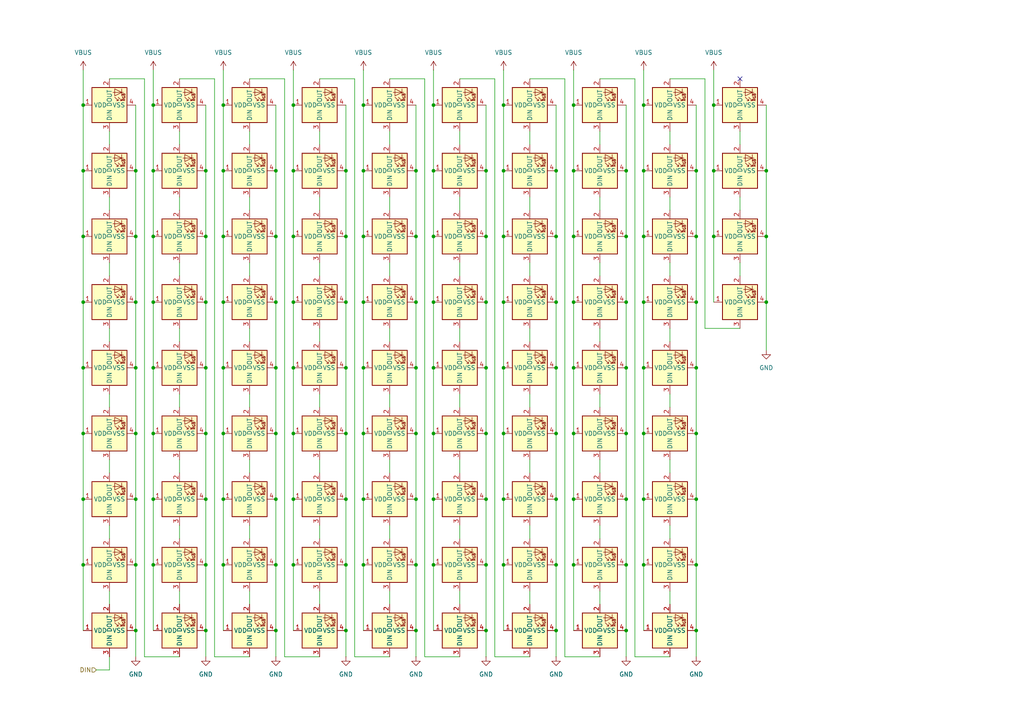
<source format=kicad_sch>
(kicad_sch (version 20250114) (generator "eeschema") (generator_version "9.0")
  (paper "A4")
  (junction (at 146.05 87.63))
  (junction (at 120.65 182.88))
  (junction (at 161.29 106.68))
  (junction (at 125.73 163.83))
  (junction (at 64.77 30.48))
  (junction (at 186.69 87.63))
  (junction (at 166.37 68.58))
  (junction (at 85.09 125.73))
  (junction (at 39.37 87.63))
  (junction (at 201.93 106.68))
  (junction (at 80.01 163.83))
  (junction (at 59.69 87.63))
  (junction (at 120.65 163.83))
  (junction (at 105.41 106.68))
  (junction (at 186.69 49.53))
  (junction (at 24.13 87.63))
  (junction (at 201.93 182.88))
  (junction (at 207.01 68.58))
  (junction (at 85.09 106.68))
  (junction (at 125.73 106.68))
  (junction (at 44.45 30.48))
  (junction (at 24.13 30.48))
  (junction (at 80.01 106.68))
  (junction (at 125.73 30.48))
  (junction (at 181.61 182.88))
  (junction (at 59.69 68.58))
  (junction (at 161.29 144.78))
  (junction (at 186.69 30.48))
  (junction (at 146.05 49.53))
  (junction (at 85.09 49.53))
  (junction (at 44.45 68.58))
  (junction (at 146.05 163.83))
  (junction (at 39.37 125.73))
  (junction (at 120.65 49.53))
  (junction (at 44.45 125.73))
  (junction (at 125.73 49.53))
  (junction (at 166.37 30.48))
  (junction (at 166.37 144.78))
  (junction (at 24.13 106.68))
  (junction (at 105.41 49.53))
  (junction (at 105.41 87.63))
  (junction (at 80.01 49.53))
  (junction (at 39.37 106.68))
  (junction (at 161.29 87.63))
  (junction (at 222.25 49.53))
  (junction (at 146.05 144.78))
  (junction (at 166.37 125.73))
  (junction (at 161.29 49.53))
  (junction (at 64.77 144.78))
  (junction (at 105.41 30.48))
  (junction (at 24.13 163.83))
  (junction (at 64.77 163.83))
  (junction (at 166.37 49.53))
  (junction (at 161.29 68.58))
  (junction (at 140.97 87.63))
  (junction (at 24.13 68.58))
  (junction (at 39.37 163.83))
  (junction (at 24.13 125.73))
  (junction (at 44.45 87.63))
  (junction (at 44.45 106.68))
  (junction (at 125.73 144.78))
  (junction (at 120.65 68.58))
  (junction (at 140.97 163.83))
  (junction (at 181.61 163.83))
  (junction (at 186.69 68.58))
  (junction (at 64.77 87.63))
  (junction (at 120.65 144.78))
  (junction (at 125.73 68.58))
  (junction (at 120.65 125.73))
  (junction (at 100.33 144.78))
  (junction (at 59.69 182.88))
  (junction (at 125.73 125.73))
  (junction (at 166.37 106.68))
  (junction (at 222.25 68.58))
  (junction (at 181.61 87.63))
  (junction (at 146.05 125.73))
  (junction (at 201.93 125.73))
  (junction (at 59.69 163.83))
  (junction (at 140.97 144.78))
  (junction (at 105.41 144.78))
  (junction (at 201.93 144.78))
  (junction (at 39.37 182.88))
  (junction (at 24.13 49.53))
  (junction (at 146.05 30.48))
  (junction (at 80.01 144.78))
  (junction (at 120.65 106.68))
  (junction (at 59.69 144.78))
  (junction (at 140.97 106.68))
  (junction (at 125.73 87.63))
  (junction (at 201.93 68.58))
  (junction (at 186.69 144.78))
  (junction (at 181.61 106.68))
  (junction (at 85.09 144.78))
  (junction (at 100.33 68.58))
  (junction (at 120.65 87.63))
  (junction (at 80.01 87.63))
  (junction (at 181.61 49.53))
  (junction (at 64.77 125.73))
  (junction (at 222.25 87.63))
  (junction (at 161.29 125.73))
  (junction (at 207.01 30.48))
  (junction (at 44.45 144.78))
  (junction (at 140.97 49.53))
  (junction (at 201.93 87.63))
  (junction (at 181.61 125.73))
  (junction (at 186.69 163.83))
  (junction (at 146.05 106.68))
  (junction (at 59.69 106.68))
  (junction (at 201.93 163.83))
  (junction (at 105.41 68.58))
  (junction (at 80.01 125.73))
  (junction (at 85.09 68.58))
  (junction (at 85.09 30.48))
  (junction (at 39.37 144.78))
  (junction (at 105.41 125.73))
  (junction (at 166.37 163.83))
  (junction (at 161.29 163.83))
  (junction (at 59.69 125.73))
  (junction (at 85.09 87.63))
  (junction (at 140.97 68.58))
  (junction (at 181.61 144.78))
  (junction (at 161.29 182.88))
  (junction (at 166.37 87.63))
  (junction (at 39.37 49.53))
  (junction (at 100.33 163.83))
  (junction (at 100.33 87.63))
  (junction (at 59.69 49.53))
  (junction (at 100.33 125.73))
  (junction (at 44.45 49.53))
  (junction (at 80.01 182.88))
  (junction (at 140.97 182.88))
  (junction (at 24.13 144.78))
  (junction (at 201.93 49.53))
  (junction (at 64.77 49.53))
  (junction (at 100.33 106.68))
  (junction (at 146.05 68.58))
  (junction (at 85.09 163.83))
  (junction (at 140.97 125.73))
  (junction (at 100.33 49.53))
  (junction (at 44.45 163.83))
  (junction (at 100.33 182.88))
  (junction (at 181.61 68.58))
  (junction (at 80.01 68.58))
  (junction (at 64.77 68.58))
  (junction (at 186.69 106.68))
  (junction (at 186.69 125.73))
  (junction (at 207.01 49.53))
  (junction (at 64.77 106.68))
  (junction (at 39.37 68.58))
  (junction (at 105.41 163.83))
  (no_connect (at 214.63 22.86))
  (wire (pts (xy 80.01 182.88) (xy 80.01 190.5)))
  (wire (pts (xy 59.69 125.73) (xy 59.69 144.78)))
  (wire (pts (xy 80.01 125.73) (xy 80.01 144.78)))
  (wire (pts (xy 24.13 106.68) (xy 24.13 125.73)))
  (wire (pts (xy 31.75 190.5) (xy 31.75 194.31)))
  (wire (pts (xy 133.35 57.15) (xy 133.35 60.96)))
  (wire (pts (xy 186.69 87.63) (xy 186.69 106.68)))
  (wire (pts (xy 52.07 114.3) (xy 52.07 118.11)))
  (wire (pts (xy 92.71 114.3) (xy 92.71 118.11)))
  (wire (pts (xy 146.05 106.68) (xy 146.05 125.73)))
  (wire (pts (xy 92.71 76.2) (xy 92.71 80.01)))
  (wire (pts (xy 133.35 95.25) (xy 133.35 99.06)))
  (wire (pts (xy 100.33 87.63) (xy 100.33 106.68)))
  (wire (pts (xy 31.75 57.15) (xy 31.75 60.96)))
  (wire (pts (xy 120.65 125.73) (xy 120.65 144.78)))
  (wire (pts (xy 222.25 87.63) (xy 222.25 101.6)))
  (wire (pts (xy 39.37 144.78) (xy 39.37 163.83)))
  (wire (pts (xy 133.35 22.86) (xy 143.51 22.86)))
  (wire (pts (xy 105.41 30.48) (xy 105.41 49.53)))
  (wire (pts (xy 125.73 163.83) (xy 125.73 182.88)))
  (wire (pts (xy 64.77 30.48) (xy 64.77 49.53)))
  (wire (pts (xy 214.63 57.15) (xy 214.63 60.96)))
  (wire (pts (xy 214.63 76.2) (xy 214.63 80.01)))
  (wire (pts (xy 120.65 30.48) (xy 120.65 49.53)))
  (wire (pts (xy 186.69 163.83) (xy 186.69 182.88)))
  (wire (pts (xy 105.41 49.53) (xy 105.41 68.58)))
  (wire (pts (xy 72.39 95.25) (xy 72.39 99.06)))
  (wire (pts (xy 59.69 49.53) (xy 59.69 68.58)))
  (wire (pts (xy 44.45 144.78) (xy 44.45 163.83)))
  (wire (pts (xy 85.09 87.63) (xy 85.09 106.68)))
  (wire (pts (xy 64.77 20.32) (xy 64.77 30.48)))
  (wire (pts (xy 120.65 68.58) (xy 120.65 87.63)))
  (wire (pts (xy 194.31 22.86) (xy 204.47 22.86)))
  (wire (pts (xy 173.99 76.2) (xy 173.99 80.01)))
  (wire (pts (xy 24.13 87.63) (xy 24.13 106.68)))
  (wire (pts (xy 166.37 125.73) (xy 166.37 144.78)))
  (wire (pts (xy 186.69 20.32) (xy 186.69 30.48)))
  (wire (pts (xy 100.33 30.48) (xy 100.33 49.53)))
  (wire (pts (xy 62.23 22.86) (xy 62.23 190.5)))
  (wire (pts (xy 52.07 22.86) (xy 62.23 22.86)))
  (wire (pts (xy 166.37 163.83) (xy 166.37 182.88)))
  (wire (pts (xy 39.37 182.88) (xy 39.37 190.5)))
  (wire (pts (xy 125.73 125.73) (xy 125.73 144.78)))
  (wire (pts (xy 140.97 30.48) (xy 140.97 49.53)))
  (wire (pts (xy 105.41 68.58) (xy 105.41 87.63)))
  (wire (pts (xy 44.45 49.53) (xy 44.45 68.58)))
  (wire (pts (xy 105.41 87.63) (xy 105.41 106.68)))
  (wire (pts (xy 72.39 57.15) (xy 72.39 60.96)))
  (wire (pts (xy 125.73 68.58) (xy 125.73 87.63)))
  (wire (pts (xy 82.55 22.86) (xy 82.55 190.5)))
  (wire (pts (xy 194.31 114.3) (xy 194.31 118.11)))
  (wire (pts (xy 181.61 49.53) (xy 181.61 68.58)))
  (wire (pts (xy 44.45 106.68) (xy 44.45 125.73)))
  (wire (pts (xy 143.51 190.5) (xy 153.67 190.5)))
  (wire (pts (xy 31.75 95.25) (xy 31.75 99.06)))
  (wire (pts (xy 113.03 76.2) (xy 113.03 80.01)))
  (wire (pts (xy 102.87 22.86) (xy 102.87 190.5)))
  (wire (pts (xy 161.29 87.63) (xy 161.29 106.68)))
  (wire (pts (xy 41.91 22.86) (xy 41.91 190.5)))
  (wire (pts (xy 59.69 68.58) (xy 59.69 87.63)))
  (wire (pts (xy 201.93 144.78) (xy 201.93 163.83)))
  (wire (pts (xy 201.93 49.53) (xy 201.93 68.58)))
  (wire (pts (xy 153.67 57.15) (xy 153.67 60.96)))
  (wire (pts (xy 31.75 133.35) (xy 31.75 137.16)))
  (wire (pts (xy 140.97 68.58) (xy 140.97 87.63)))
  (wire (pts (xy 181.61 144.78) (xy 181.61 163.83)))
  (wire (pts (xy 146.05 125.73) (xy 146.05 144.78)))
  (wire (pts (xy 204.47 22.86) (xy 204.47 95.25)))
  (wire (pts (xy 161.29 144.78) (xy 161.29 163.83)))
  (wire (pts (xy 92.71 22.86) (xy 102.87 22.86)))
  (wire (pts (xy 52.07 76.2) (xy 52.07 80.01)))
  (wire (pts (xy 166.37 20.32) (xy 166.37 30.48)))
  (wire (pts (xy 100.33 163.83) (xy 100.33 182.88)))
  (wire (pts (xy 181.61 125.73) (xy 181.61 144.78)))
  (wire (pts (xy 100.33 144.78) (xy 100.33 163.83)))
  (wire (pts (xy 166.37 87.63) (xy 166.37 106.68)))
  (wire (pts (xy 173.99 22.86) (xy 184.15 22.86)))
  (wire (pts (xy 24.13 163.83) (xy 24.13 182.88)))
  (wire (pts (xy 52.07 57.15) (xy 52.07 60.96)))
  (wire (pts (xy 120.65 144.78) (xy 120.65 163.83)))
  (wire (pts (xy 201.93 125.73) (xy 201.93 144.78)))
  (wire (pts (xy 31.75 171.45) (xy 31.75 175.26)))
  (wire (pts (xy 173.99 95.25) (xy 173.99 99.06)))
  (wire (pts (xy 100.33 68.58) (xy 100.33 87.63)))
  (wire (pts (xy 186.69 68.58) (xy 186.69 87.63)))
  (wire (pts (xy 72.39 152.4) (xy 72.39 156.21)))
  (wire (pts (xy 120.65 182.88) (xy 120.65 190.5)))
  (wire (pts (xy 92.71 95.25) (xy 92.71 99.06)))
  (wire (pts (xy 186.69 125.73) (xy 186.69 144.78)))
  (wire (pts (xy 140.97 106.68) (xy 140.97 125.73)))
  (wire (pts (xy 146.05 87.63) (xy 146.05 106.68)))
  (wire (pts (xy 59.69 87.63) (xy 59.69 106.68)))
  (wire (pts (xy 31.75 152.4) (xy 31.75 156.21)))
  (wire (pts (xy 181.61 182.88) (xy 181.61 190.5)))
  (wire (pts (xy 72.39 22.86) (xy 82.55 22.86)))
  (wire (pts (xy 153.67 95.25) (xy 153.67 99.06)))
  (wire (pts (xy 82.55 190.5) (xy 92.71 190.5)))
  (wire (pts (xy 133.35 152.4) (xy 133.35 156.21)))
  (wire (pts (xy 163.83 190.5) (xy 173.99 190.5)))
  (wire (pts (xy 113.03 152.4) (xy 113.03 156.21)))
  (wire (pts (xy 52.07 133.35) (xy 52.07 137.16)))
  (wire (pts (xy 194.31 152.4) (xy 194.31 156.21)))
  (wire (pts (xy 173.99 133.35) (xy 173.99 137.16)))
  (wire (pts (xy 105.41 144.78) (xy 105.41 163.83)))
  (wire (pts (xy 52.07 171.45) (xy 52.07 175.26)))
  (wire (pts (xy 92.71 57.15) (xy 92.71 60.96)))
  (wire (pts (xy 39.37 49.53) (xy 39.37 68.58)))
  (wire (pts (xy 140.97 49.53) (xy 140.97 68.58)))
  (wire (pts (xy 80.01 144.78) (xy 80.01 163.83)))
  (wire (pts (xy 146.05 163.83) (xy 146.05 182.88)))
  (wire (pts (xy 207.01 68.58) (xy 207.01 87.63)))
  (wire (pts (xy 64.77 125.73) (xy 64.77 144.78)))
  (wire (pts (xy 44.45 20.32) (xy 44.45 30.48)))
  (wire (pts (xy 140.97 163.83) (xy 140.97 182.88)))
  (wire (pts (xy 181.61 163.83) (xy 181.61 182.88)))
  (wire (pts (xy 153.67 133.35) (xy 153.67 137.16)))
  (wire (pts (xy 105.41 163.83) (xy 105.41 182.88)))
  (wire (pts (xy 123.19 22.86) (xy 123.19 190.5)))
  (wire (pts (xy 161.29 49.53) (xy 161.29 68.58)))
  (wire (pts (xy 80.01 49.53) (xy 80.01 68.58)))
  (wire (pts (xy 161.29 30.48) (xy 161.29 49.53)))
  (wire (pts (xy 72.39 171.45) (xy 72.39 175.26)))
  (wire (pts (xy 153.67 76.2) (xy 153.67 80.01)))
  (wire (pts (xy 186.69 30.48) (xy 186.69 49.53)))
  (wire (pts (xy 166.37 106.68) (xy 166.37 125.73)))
  (wire (pts (xy 105.41 106.68) (xy 105.41 125.73)))
  (wire (pts (xy 140.97 125.73) (xy 140.97 144.78)))
  (wire (pts (xy 39.37 87.63) (xy 39.37 106.68)))
  (wire (pts (xy 146.05 49.53) (xy 146.05 68.58)))
  (wire (pts (xy 153.67 22.86) (xy 163.83 22.86)))
  (wire (pts (xy 113.03 114.3) (xy 113.03 118.11)))
  (wire (pts (xy 201.93 163.83) (xy 201.93 182.88)))
  (wire (pts (xy 201.93 68.58) (xy 201.93 87.63)))
  (wire (pts (xy 52.07 152.4) (xy 52.07 156.21)))
  (wire (pts (xy 64.77 144.78) (xy 64.77 163.83)))
  (wire (pts (xy 102.87 190.5) (xy 113.03 190.5)))
  (wire (pts (xy 113.03 171.45) (xy 113.03 175.26)))
  (wire (pts (xy 85.09 125.73) (xy 85.09 144.78)))
  (wire (pts (xy 181.61 30.48) (xy 181.61 49.53)))
  (wire (pts (xy 85.09 30.48) (xy 85.09 49.53)))
  (wire (pts (xy 39.37 106.68) (xy 39.37 125.73)))
  (wire (pts (xy 133.35 133.35) (xy 133.35 137.16)))
  (wire (pts (xy 31.75 38.1) (xy 31.75 41.91)))
  (wire (pts (xy 100.33 125.73) (xy 100.33 144.78)))
  (wire (pts (xy 222.25 68.58) (xy 222.25 87.63)))
  (wire (pts (xy 113.03 22.86) (xy 123.19 22.86)))
  (wire (pts (xy 173.99 171.45) (xy 173.99 175.26)))
  (wire (pts (xy 92.71 38.1) (xy 92.71 41.91)))
  (wire (pts (xy 146.05 30.48) (xy 146.05 49.53)))
  (wire (pts (xy 201.93 30.48) (xy 201.93 49.53)))
  (wire (pts (xy 85.09 20.32) (xy 85.09 30.48)))
  (wire (pts (xy 64.77 87.63) (xy 64.77 106.68)))
  (wire (pts (xy 194.31 38.1) (xy 194.31 41.91)))
  (wire (pts (xy 64.77 163.83) (xy 64.77 182.88)))
  (wire (pts (xy 194.31 57.15) (xy 194.31 60.96)))
  (wire (pts (xy 120.65 163.83) (xy 120.65 182.88)))
  (wire (pts (xy 140.97 182.88) (xy 140.97 190.5)))
  (wire (pts (xy 207.01 20.32) (xy 207.01 30.48)))
  (wire (pts (xy 72.39 114.3) (xy 72.39 118.11)))
  (wire (pts (xy 201.93 106.68) (xy 201.93 125.73)))
  (wire (pts (xy 120.65 87.63) (xy 120.65 106.68)))
  (wire (pts (xy 92.71 133.35) (xy 92.71 137.16)))
  (wire (pts (xy 31.75 76.2) (xy 31.75 80.01)))
  (wire (pts (xy 64.77 49.53) (xy 64.77 68.58)))
  (wire (pts (xy 92.71 171.45) (xy 92.71 175.26)))
  (wire (pts (xy 24.13 30.48) (xy 24.13 49.53)))
  (wire (pts (xy 166.37 68.58) (xy 166.37 87.63)))
  (wire (pts (xy 133.35 38.1) (xy 133.35 41.91)))
  (wire (pts (xy 44.45 125.73) (xy 44.45 144.78)))
  (wire (pts (xy 222.25 49.53) (xy 222.25 68.58)))
  (wire (pts (xy 125.73 49.53) (xy 125.73 68.58)))
  (wire (pts (xy 44.45 30.48) (xy 44.45 49.53)))
  (wire (pts (xy 133.35 171.45) (xy 133.35 175.26)))
  (wire (pts (xy 52.07 38.1) (xy 52.07 41.91)))
  (wire (pts (xy 85.09 163.83) (xy 85.09 182.88)))
  (wire (pts (xy 59.69 106.68) (xy 59.69 125.73)))
  (wire (pts (xy 146.05 144.78) (xy 146.05 163.83)))
  (wire (pts (xy 44.45 163.83) (xy 44.45 182.88)))
  (wire (pts (xy 133.35 114.3) (xy 133.35 118.11)))
  (wire (pts (xy 85.09 68.58) (xy 85.09 87.63)))
  (wire (pts (xy 186.69 106.68) (xy 186.69 125.73)))
  (wire (pts (xy 100.33 106.68) (xy 100.33 125.73)))
  (wire (pts (xy 80.01 87.63) (xy 80.01 106.68)))
  (wire (pts (xy 186.69 49.53) (xy 186.69 68.58)))
  (wire (pts (xy 59.69 163.83) (xy 59.69 182.88)))
  (wire (pts (xy 24.13 144.78) (xy 24.13 163.83)))
  (wire (pts (xy 113.03 133.35) (xy 113.03 137.16)))
  (wire (pts (xy 80.01 68.58) (xy 80.01 87.63)))
  (wire (pts (xy 39.37 68.58) (xy 39.37 87.63)))
  (wire (pts (xy 161.29 125.73) (xy 161.29 144.78)))
  (wire (pts (xy 166.37 144.78) (xy 166.37 163.83)))
  (wire (pts (xy 173.99 38.1) (xy 173.99 41.91)))
  (wire (pts (xy 100.33 182.88) (xy 100.33 190.5)))
  (wire (pts (xy 181.61 87.63) (xy 181.61 106.68)))
  (wire (pts (xy 173.99 57.15) (xy 173.99 60.96)))
  (wire (pts (xy 62.23 190.5) (xy 72.39 190.5)))
  (wire (pts (xy 31.75 114.3) (xy 31.75 118.11)))
  (wire (pts (xy 105.41 20.32) (xy 105.41 30.48)))
  (wire (pts (xy 146.05 68.58) (xy 146.05 87.63)))
  (wire (pts (xy 163.83 22.86) (xy 163.83 190.5)))
  (wire (pts (xy 140.97 144.78) (xy 140.97 163.83)))
  (wire (pts (xy 72.39 133.35) (xy 72.39 137.16)))
  (wire (pts (xy 123.19 190.5) (xy 133.35 190.5)))
  (wire (pts (xy 85.09 144.78) (xy 85.09 163.83)))
  (wire (pts (xy 39.37 163.83) (xy 39.37 182.88)))
  (wire (pts (xy 181.61 68.58) (xy 181.61 87.63)))
  (wire (pts (xy 59.69 182.88) (xy 59.69 190.5)))
  (wire (pts (xy 161.29 106.68) (xy 161.29 125.73)))
  (wire (pts (xy 201.93 182.88) (xy 201.93 190.5)))
  (wire (pts (xy 184.15 190.5) (xy 194.31 190.5)))
  (wire (pts (xy 39.37 30.48) (xy 39.37 49.53)))
  (wire (pts (xy 161.29 182.88) (xy 161.29 190.5)))
  (wire (pts (xy 52.07 95.25) (xy 52.07 99.06)))
  (wire (pts (xy 113.03 57.15) (xy 113.03 60.96)))
  (wire (pts (xy 125.73 20.32) (xy 125.73 30.48)))
  (wire (pts (xy 153.67 114.3) (xy 153.67 118.11)))
  (wire (pts (xy 105.41 125.73) (xy 105.41 144.78)))
  (wire (pts (xy 59.69 144.78) (xy 59.69 163.83)))
  (wire (pts (xy 24.13 20.32) (xy 24.13 30.48)))
  (wire (pts (xy 59.69 30.48) (xy 59.69 49.53)))
  (wire (pts (xy 161.29 163.83) (xy 161.29 182.88)))
  (wire (pts (xy 85.09 49.53) (xy 85.09 68.58)))
  (wire (pts (xy 120.65 106.68) (xy 120.65 125.73)))
  (wire (pts (xy 44.45 87.63) (xy 44.45 106.68)))
  (wire (pts (xy 41.91 190.5) (xy 52.07 190.5)))
  (wire (pts (xy 133.35 76.2) (xy 133.35 80.01)))
  (wire (pts (xy 153.67 152.4) (xy 153.67 156.21)))
  (wire (pts (xy 207.01 30.48) (xy 207.01 49.53)))
  (wire (pts (xy 166.37 30.48) (xy 166.37 49.53)))
  (wire (pts (xy 24.13 125.73) (xy 24.13 144.78)))
  (wire (pts (xy 186.69 144.78) (xy 186.69 163.83)))
  (wire (pts (xy 39.37 125.73) (xy 39.37 144.78)))
  (wire (pts (xy 92.71 152.4) (xy 92.71 156.21)))
  (wire (pts (xy 173.99 114.3) (xy 173.99 118.11)))
  (wire (pts (xy 214.63 38.1) (xy 214.63 41.91)))
  (wire (pts (xy 194.31 133.35) (xy 194.31 137.16)))
  (wire (pts (xy 80.01 30.48) (xy 80.01 49.53)))
  (wire (pts (xy 85.09 106.68) (xy 85.09 125.73)))
  (wire (pts (xy 64.77 68.58) (xy 64.77 87.63)))
  (wire (pts (xy 166.37 49.53) (xy 166.37 68.58)))
  (wire (pts (xy 44.45 68.58) (xy 44.45 87.63)))
  (wire (pts (xy 222.25 30.48) (xy 222.25 49.53)))
  (wire (pts (xy 201.93 87.63) (xy 201.93 106.68)))
  (wire (pts (xy 64.77 106.68) (xy 64.77 125.73)))
  (wire (pts (xy 72.39 38.1) (xy 72.39 41.91)))
  (wire (pts (xy 153.67 171.45) (xy 153.67 175.26)))
  (wire (pts (xy 125.73 30.48) (xy 125.73 49.53)))
  (wire (pts (xy 146.05 20.32) (xy 146.05 30.48)))
  (wire (pts (xy 24.13 68.58) (xy 24.13 87.63)))
  (wire (pts (xy 194.31 171.45) (xy 194.31 175.26)))
  (wire (pts (xy 125.73 144.78) (xy 125.73 163.83)))
  (wire (pts (xy 113.03 95.25) (xy 113.03 99.06)))
  (wire (pts (xy 80.01 163.83) (xy 80.01 182.88)))
  (wire (pts (xy 24.13 49.53) (xy 24.13 68.58)))
  (wire (pts (xy 80.01 106.68) (xy 80.01 125.73)))
  (wire (pts (xy 181.61 106.68) (xy 181.61 125.73)))
  (wire (pts (xy 173.99 152.4) (xy 173.99 156.21)))
  (wire (pts (xy 100.33 49.53) (xy 100.33 68.58)))
  (wire (pts (xy 140.97 87.63) (xy 140.97 106.68)))
  (wire (pts (xy 184.15 22.86) (xy 184.15 190.5)))
  (wire (pts (xy 120.65 49.53) (xy 120.65 68.58)))
  (wire (pts (xy 72.39 76.2) (xy 72.39 80.01)))
  (wire (pts (xy 125.73 87.63) (xy 125.73 106.68)))
  (wire (pts (xy 194.31 76.2) (xy 194.31 80.01)))
  (wire (pts (xy 31.75 22.86) (xy 41.91 22.86)))
  (wire (pts (xy 194.31 95.25) (xy 194.31 99.06)))
  (wire (pts (xy 113.03 38.1) (xy 113.03 41.91)))
  (wire (pts (xy 27.94 194.31) (xy 31.75 194.31)))
  (wire (pts (xy 161.29 68.58) (xy 161.29 87.63)))
  (wire (pts (xy 125.73 106.68) (xy 125.73 125.73)))
  (wire (pts (xy 204.47 95.25) (xy 214.63 95.25)))
  (wire (pts (xy 143.51 22.86) (xy 143.51 190.5)))
  (wire (pts (xy 153.67 38.1) (xy 153.67 41.91)))
  (wire (pts (xy 207.01 49.53) (xy 207.01 68.58)))
  (hierarchical_label "DIN" (shape input) (at 27.94 194.31 180))
  (symbol (lib_id "PCM_marbastlib-gateron_lp:KS33_SK6812MINI-E") (at 133.35 68.58 90) (unit 1)
    (property "Reference" "LED48" (effects (hide yes)))
    (property "Value" "KS33_SK6812MINI-E" (effects (hide yes)))
    (property "Footprint" "PCM_marbastlib-xp-gateron_lp:LED_KS33_6028R" (effects (hide yes)))
    (property "Description" "Reverse mount adressable LED (WS2812 protocol)" (effects (hide yes)))
  )
  (symbol (lib_id "power:GND") (at 80.01 190.5 0) (unit 1)
    (property "Reference" "#PWR03" (effects (hide yes)))
    (property "Value" "GND" (at 80.01 195.58 0))
    (property "Description" "Power symbol creates a global label with name \"GND\" , ground" (effects (hide yes)))
  )
  (symbol (lib_id "PCM_marbastlib-gateron_lp:KS33_SK6812MINI-E") (at 173.99 106.68 90) (unit 1)
    (property "Reference" "LED68" (effects (hide yes)))
    (property "Value" "KS33_SK6812MINI-E" (effects (hide yes)))
    (property "Footprint" "PCM_marbastlib-xp-gateron_lp:LED_KS33_6028R" (effects (hide yes)))
    (property "Description" "Reverse mount adressable LED (WS2812 protocol)" (effects (hide yes)))
  )
  (symbol (lib_id "PCM_marbastlib-gateron_lp:KS33_SK6812MINI-E") (at 31.75 125.73 90) (unit 1)
    (property "Reference" "LED6" (effects (hide yes)))
    (property "Value" "KS33_SK6812MINI-E" (effects (hide yes)))
    (property "Footprint" "PCM_marbastlib-xp-gateron_lp:LED_KS33_6028R" (effects (hide yes)))
    (property "Description" "Reverse mount adressable LED (WS2812 protocol)" (effects (hide yes)))
  )
  (symbol (lib_id "PCM_marbastlib-gateron_lp:KS33_SK6812MINI-E") (at 52.07 144.78 90) (unit 1)
    (property "Reference" "LED16" (effects (hide yes)))
    (property "Value" "KS33_SK6812MINI-E" (effects (hide yes)))
    (property "Footprint" "PCM_marbastlib-xp-gateron_lp:LED_KS33_6028R" (effects (hide yes)))
    (property "Description" "Reverse mount adressable LED (WS2812 protocol)" (effects (hide yes)))
  )
  (symbol (lib_id "PCM_marbastlib-gateron_lp:KS33_SK6812MINI-E") (at 92.71 49.53 90) (unit 1)
    (property "Reference" "LED29" (effects (hide yes)))
    (property "Value" "KS33_SK6812MINI-E" (effects (hide yes)))
    (property "Footprint" "PCM_marbastlib-xp-gateron_lp:LED_KS33_6028R" (effects (hide yes)))
    (property "Description" "Reverse mount adressable LED (WS2812 protocol)" (effects (hide yes)))
  )
  (symbol (lib_id "PCM_marbastlib-gateron_lp:KS33_SK6812MINI-E") (at 52.07 49.53 90) (unit 1)
    (property "Reference" "LED11" (effects (hide yes)))
    (property "Value" "KS33_SK6812MINI-E" (effects (hide yes)))
    (property "Footprint" "PCM_marbastlib-xp-gateron_lp:LED_KS33_6028R" (effects (hide yes)))
    (property "Description" "Reverse mount adressable LED (WS2812 protocol)" (effects (hide yes)))
  )
  (symbol (lib_id "PCM_marbastlib-gateron_lp:KS33_SK6812MINI-E") (at 113.03 49.53 90) (unit 1)
    (property "Reference" "LED38" (effects (hide yes)))
    (property "Value" "KS33_SK6812MINI-E" (effects (hide yes)))
    (property "Footprint" "PCM_marbastlib-xp-gateron_lp:LED_KS33_6028R" (effects (hide yes)))
    (property "Description" "Reverse mount adressable LED (WS2812 protocol)" (effects (hide yes)))
  )
  (symbol (lib_id "PCM_marbastlib-gateron_lp:KS33_SK6812MINI-E") (at 194.31 68.58 90) (unit 1)
    (property "Reference" "LED75" (effects (hide yes)))
    (property "Value" "KS33_SK6812MINI-E" (effects (hide yes)))
    (property "Footprint" "PCM_marbastlib-xp-gateron_lp:LED_KS33_6028R" (effects (hide yes)))
    (property "Description" "Reverse mount adressable LED (WS2812 protocol)" (effects (hide yes)))
  )
  (symbol (lib_id "PCM_marbastlib-gateron_lp:KS33_SK6812MINI-E") (at 153.67 30.48 90) (unit 1)
    (property "Reference" "LED55" (effects (hide yes)))
    (property "Value" "KS33_SK6812MINI-E" (effects (hide yes)))
    (property "Footprint" "PCM_marbastlib-xp-gateron_lp:LED_KS33_6028R" (effects (hide yes)))
    (property "Description" "Reverse mount adressable LED (WS2812 protocol)" (effects (hide yes)))
  )
  (symbol (lib_id "PCM_marbastlib-gateron_lp:KS33_SK6812MINI-E") (at 173.99 182.88 90) (unit 1)
    (property "Reference" "LED72" (effects (hide yes)))
    (property "Value" "KS33_SK6812MINI-E" (effects (hide yes)))
    (property "Footprint" "PCM_marbastlib-xp-gateron_lp:LED_KS33_6028R" (effects (hide yes)))
    (property "Description" "Reverse mount adressable LED (WS2812 protocol)" (effects (hide yes)))
  )
  (symbol (lib_id "PCM_marbastlib-gateron_lp:KS33_SK6812MINI-E") (at 31.75 30.48 90) (unit 1)
    (property "Reference" "LED1" (effects (hide yes)))
    (property "Value" "KS33_SK6812MINI-E" (effects (hide yes)))
    (property "Footprint" "PCM_marbastlib-xp-gateron_lp:LED_KS33_6028R" (effects (hide yes)))
    (property "Description" "Reverse mount adressable LED (WS2812 protocol)" (effects (hide yes)))
  )
  (symbol (lib_id "PCM_marbastlib-gateron_lp:KS33_SK6812MINI-E") (at 194.31 144.78 90) (unit 1)
    (property "Reference" "LED79" (effects (hide yes)))
    (property "Value" "KS33_SK6812MINI-E" (effects (hide yes)))
    (property "Footprint" "PCM_marbastlib-xp-gateron_lp:LED_KS33_6028R" (effects (hide yes)))
    (property "Description" "Reverse mount adressable LED (WS2812 protocol)" (effects (hide yes)))
  )
  (symbol (lib_id "PCM_marbastlib-gateron_lp:KS33_SK6812MINI-E") (at 92.71 106.68 90) (unit 1)
    (property "Reference" "LED32" (effects (hide yes)))
    (property "Value" "KS33_SK6812MINI-E" (effects (hide yes)))
    (property "Footprint" "PCM_marbastlib-xp-gateron_lp:LED_KS33_6028R" (effects (hide yes)))
    (property "Description" "Reverse mount adressable LED (WS2812 protocol)" (effects (hide yes)))
  )
  (symbol (lib_id "PCM_marbastlib-gateron_lp:KS33_SK6812MINI-E") (at 52.07 87.63 90) (unit 1)
    (property "Reference" "LED13" (effects (hide yes)))
    (property "Value" "KS33_SK6812MINI-E" (effects (hide yes)))
    (property "Footprint" "PCM_marbastlib-xp-gateron_lp:LED_KS33_6028R" (effects (hide yes)))
    (property "Description" "Reverse mount adressable LED (WS2812 protocol)" (effects (hide yes)))
  )
  (symbol (lib_id "PCM_marbastlib-gateron_lp:KS33_SK6812MINI-E") (at 92.71 125.73 90) (unit 1)
    (property "Reference" "LED33" (effects (hide yes)))
    (property "Value" "KS33_SK6812MINI-E" (effects (hide yes)))
    (property "Footprint" "PCM_marbastlib-xp-gateron_lp:LED_KS33_6028R" (effects (hide yes)))
    (property "Description" "Reverse mount adressable LED (WS2812 protocol)" (effects (hide yes)))
  )
  (symbol (lib_id "PCM_marbastlib-gateron_lp:KS33_SK6812MINI-E") (at 194.31 163.83 90) (unit 1)
    (property "Reference" "LED80" (effects (hide yes)))
    (property "Value" "KS33_SK6812MINI-E" (effects (hide yes)))
    (property "Footprint" "PCM_marbastlib-xp-gateron_lp:LED_KS33_6028R" (effects (hide yes)))
    (property "Description" "Reverse mount adressable LED (WS2812 protocol)" (effects (hide yes)))
  )
  (symbol (lib_id "power:GND") (at 161.29 190.5 0) (unit 1)
    (property "Reference" "#PWR07" (effects (hide yes)))
    (property "Value" "GND" (at 161.29 195.58 0))
    (property "Description" "Power symbol creates a global label with name \"GND\" , ground" (effects (hide yes)))
  )
  (symbol (lib_id "power:VBUS") (at 44.45 20.32 0) (unit 1)
    (property "Reference" "#PWR020" (effects (hide yes)))
    (property "Value" "VBUS" (at 44.45 15.24 0))
    (property "Description" "Power symbol creates a global label with name \"VBUS\"" (effects (hide yes)))
  )
  (symbol (lib_id "PCM_marbastlib-gateron_lp:KS33_SK6812MINI-E") (at 113.03 125.73 90) (unit 1)
    (property "Reference" "LED42" (effects (hide yes)))
    (property "Value" "KS33_SK6812MINI-E" (effects (hide yes)))
    (property "Footprint" "PCM_marbastlib-xp-gateron_lp:LED_KS33_6028R" (effects (hide yes)))
    (property "Description" "Reverse mount adressable LED (WS2812 protocol)" (effects (hide yes)))
  )
  (symbol (lib_id "power:GND") (at 120.65 190.5 0) (unit 1)
    (property "Reference" "#PWR05" (effects (hide yes)))
    (property "Value" "GND" (at 120.65 195.58 0))
    (property "Description" "Power symbol creates a global label with name \"GND\" , ground" (effects (hide yes)))
  )
  (symbol (lib_id "PCM_marbastlib-gateron_lp:KS33_SK6812MINI-E") (at 92.71 30.48 90) (unit 1)
    (property "Reference" "LED28" (effects (hide yes)))
    (property "Value" "KS33_SK6812MINI-E" (effects (hide yes)))
    (property "Footprint" "PCM_marbastlib-xp-gateron_lp:LED_KS33_6028R" (effects (hide yes)))
    (property "Description" "Reverse mount adressable LED (WS2812 protocol)" (effects (hide yes)))
  )
  (symbol (lib_id "power:VBUS") (at 64.77 20.32 0) (unit 1)
    (property "Reference" "#PWR019" (effects (hide yes)))
    (property "Value" "VBUS" (at 64.77 15.24 0))
    (property "Description" "Power symbol creates a global label with name \"VBUS\"" (effects (hide yes)))
  )
  (symbol (lib_id "PCM_marbastlib-gateron_lp:KS33_SK6812MINI-E") (at 113.03 106.68 90) (unit 1)
    (property "Reference" "LED41" (effects (hide yes)))
    (property "Value" "KS33_SK6812MINI-E" (effects (hide yes)))
    (property "Footprint" "PCM_marbastlib-xp-gateron_lp:LED_KS33_6028R" (effects (hide yes)))
    (property "Description" "Reverse mount adressable LED (WS2812 protocol)" (effects (hide yes)))
  )
  (symbol (lib_id "PCM_marbastlib-gateron_lp:KS33_SK6812MINI-E") (at 153.67 87.63 90) (unit 1)
    (property "Reference" "LED58" (effects (hide yes)))
    (property "Value" "KS33_SK6812MINI-E" (effects (hide yes)))
    (property "Footprint" "PCM_marbastlib-xp-gateron_lp:LED_KS33_6028R" (effects (hide yes)))
    (property "Description" "Reverse mount adressable LED (WS2812 protocol)" (effects (hide yes)))
  )
  (symbol (lib_id "PCM_marbastlib-gateron_lp:KS33_SK6812MINI-E") (at 133.35 182.88 90) (unit 1)
    (property "Reference" "LED54" (effects (hide yes)))
    (property "Value" "KS33_SK6812MINI-E" (effects (hide yes)))
    (property "Footprint" "PCM_marbastlib-xp-gateron_lp:LED_KS33_6028R" (effects (hide yes)))
    (property "Description" "Reverse mount adressable LED (WS2812 protocol)" (effects (hide yes)))
  )
  (symbol (lib_id "PCM_marbastlib-gateron_lp:KS33_SK6812MINI-E") (at 92.71 144.78 90) (unit 1)
    (property "Reference" "LED34" (effects (hide yes)))
    (property "Value" "KS33_SK6812MINI-E" (effects (hide yes)))
    (property "Footprint" "PCM_marbastlib-xp-gateron_lp:LED_KS33_6028R" (effects (hide yes)))
    (property "Description" "Reverse mount adressable LED (WS2812 protocol)" (effects (hide yes)))
  )
  (symbol (lib_id "PCM_marbastlib-gateron_lp:KS33_SK6812MINI-E") (at 133.35 125.73 90) (unit 1)
    (property "Reference" "LED51" (effects (hide yes)))
    (property "Value" "KS33_SK6812MINI-E" (effects (hide yes)))
    (property "Footprint" "PCM_marbastlib-xp-gateron_lp:LED_KS33_6028R" (effects (hide yes)))
    (property "Description" "Reverse mount adressable LED (WS2812 protocol)" (effects (hide yes)))
  )
  (symbol (lib_id "PCM_marbastlib-gateron_lp:KS33_SK6812MINI-E") (at 153.67 182.88 90) (unit 1)
    (property "Reference" "LED63" (effects (hide yes)))
    (property "Value" "KS33_SK6812MINI-E" (effects (hide yes)))
    (property "Footprint" "PCM_marbastlib-xp-gateron_lp:LED_KS33_6028R" (effects (hide yes)))
    (property "Description" "Reverse mount adressable LED (WS2812 protocol)" (effects (hide yes)))
  )
  (symbol (lib_id "PCM_marbastlib-gateron_lp:KS33_SK6812MINI-E") (at 72.39 163.83 90) (unit 1)
    (property "Reference" "LED26" (effects (hide yes)))
    (property "Value" "KS33_SK6812MINI-E" (effects (hide yes)))
    (property "Footprint" "PCM_marbastlib-xp-gateron_lp:LED_KS33_6028R" (effects (hide yes)))
    (property "Description" "Reverse mount adressable LED (WS2812 protocol)" (effects (hide yes)))
  )
  (symbol (lib_id "PCM_marbastlib-gateron_lp:KS33_SK6812MINI-E") (at 72.39 68.58 90) (unit 1)
    (property "Reference" "LED21" (effects (hide yes)))
    (property "Value" "KS33_SK6812MINI-E" (effects (hide yes)))
    (property "Footprint" "PCM_marbastlib-xp-gateron_lp:LED_KS33_6028R" (effects (hide yes)))
    (property "Description" "Reverse mount adressable LED (WS2812 protocol)" (effects (hide yes)))
  )
  (symbol (lib_id "PCM_marbastlib-gateron_lp:KS33_SK6812MINI-E") (at 72.39 87.63 90) (unit 1)
    (property "Reference" "LED22" (effects (hide yes)))
    (property "Value" "KS33_SK6812MINI-E" (effects (hide yes)))
    (property "Footprint" "PCM_marbastlib-xp-gateron_lp:LED_KS33_6028R" (effects (hide yes)))
    (property "Description" "Reverse mount adressable LED (WS2812 protocol)" (effects (hide yes)))
  )
  (symbol (lib_id "power:VBUS") (at 125.73 20.32 0) (unit 1)
    (property "Reference" "#PWR016" (effects (hide yes)))
    (property "Value" "VBUS" (at 125.73 15.24 0))
    (property "Description" "Power symbol creates a global label with name \"VBUS\"" (effects (hide yes)))
  )
  (symbol (lib_id "PCM_marbastlib-gateron_lp:KS33_SK6812MINI-E") (at 214.63 49.53 90) (unit 1)
    (property "Reference" "LED83" (effects (hide yes)))
    (property "Value" "KS33_SK6812MINI-E" (effects (hide yes)))
    (property "Footprint" "PCM_marbastlib-xp-gateron_lp:LED_KS33_6028R" (effects (hide yes)))
    (property "Description" "Reverse mount adressable LED (WS2812 protocol)" (effects (hide yes)))
  )
  (symbol (lib_id "PCM_marbastlib-gateron_lp:KS33_SK6812MINI-E") (at 92.71 68.58 90) (unit 1)
    (property "Reference" "LED30" (effects (hide yes)))
    (property "Value" "KS33_SK6812MINI-E" (effects (hide yes)))
    (property "Footprint" "PCM_marbastlib-xp-gateron_lp:LED_KS33_6028R" (effects (hide yes)))
    (property "Description" "Reverse mount adressable LED (WS2812 protocol)" (effects (hide yes)))
  )
  (symbol (lib_id "PCM_marbastlib-gateron_lp:KS33_SK6812MINI-E") (at 173.99 125.73 90) (unit 1)
    (property "Reference" "LED69" (effects (hide yes)))
    (property "Value" "KS33_SK6812MINI-E" (effects (hide yes)))
    (property "Footprint" "PCM_marbastlib-xp-gateron_lp:LED_KS33_6028R" (effects (hide yes)))
    (property "Description" "Reverse mount adressable LED (WS2812 protocol)" (effects (hide yes)))
  )
  (symbol (lib_id "power:VBUS") (at 207.01 20.32 0) (unit 1)
    (property "Reference" "#PWR011" (effects (hide yes)))
    (property "Value" "VBUS" (at 207.01 15.24 0))
    (property "Description" "Power symbol creates a global label with name \"VBUS\"" (effects (hide yes)))
  )
  (symbol (lib_id "PCM_marbastlib-gateron_lp:KS33_SK6812MINI-E") (at 214.63 68.58 90) (unit 1)
    (property "Reference" "LED84" (effects (hide yes)))
    (property "Value" "KS33_SK6812MINI-E" (effects (hide yes)))
    (property "Footprint" "PCM_marbastlib-xp-gateron_lp:LED_KS33_6028R" (effects (hide yes)))
    (property "Description" "Reverse mount adressable LED (WS2812 protocol)" (effects (hide yes)))
  )
  (symbol (lib_id "PCM_marbastlib-gateron_lp:KS33_SK6812MINI-E") (at 72.39 144.78 90) (unit 1)
    (property "Reference" "LED25" (effects (hide yes)))
    (property "Value" "KS33_SK6812MINI-E" (effects (hide yes)))
    (property "Footprint" "PCM_marbastlib-xp-gateron_lp:LED_KS33_6028R" (effects (hide yes)))
    (property "Description" "Reverse mount adressable LED (WS2812 protocol)" (effects (hide yes)))
  )
  (symbol (lib_id "PCM_marbastlib-gateron_lp:KS33_SK6812MINI-E") (at 31.75 106.68 90) (unit 1)
    (property "Reference" "LED5" (effects (hide yes)))
    (property "Value" "KS33_SK6812MINI-E" (effects (hide yes)))
    (property "Footprint" "PCM_marbastlib-xp-gateron_lp:LED_KS33_6028R" (effects (hide yes)))
    (property "Description" "Reverse mount adressable LED (WS2812 protocol)" (effects (hide yes)))
  )
  (symbol (lib_id "PCM_marbastlib-gateron_lp:KS33_SK6812MINI-E") (at 52.07 68.58 90) (unit 1)
    (property "Reference" "LED12" (effects (hide yes)))
    (property "Value" "KS33_SK6812MINI-E" (effects (hide yes)))
    (property "Footprint" "PCM_marbastlib-xp-gateron_lp:LED_KS33_6028R" (effects (hide yes)))
    (property "Description" "Reverse mount adressable LED (WS2812 protocol)" (effects (hide yes)))
  )
  (symbol (lib_id "PCM_marbastlib-gateron_lp:KS33_SK6812MINI-E") (at 113.03 163.83 90) (unit 1)
    (property "Reference" "LED44" (effects (hide yes)))
    (property "Value" "KS33_SK6812MINI-E" (effects (hide yes)))
    (property "Footprint" "PCM_marbastlib-xp-gateron_lp:LED_KS33_6028R" (effects (hide yes)))
    (property "Description" "Reverse mount adressable LED (WS2812 protocol)" (effects (hide yes)))
  )
  (symbol (lib_id "power:GND") (at 140.97 190.5 0) (unit 1)
    (property "Reference" "#PWR06" (effects (hide yes)))
    (property "Value" "GND" (at 140.97 195.58 0))
    (property "Description" "Power symbol creates a global label with name \"GND\" , ground" (effects (hide yes)))
  )
  (symbol (lib_id "PCM_marbastlib-gateron_lp:KS33_SK6812MINI-E") (at 194.31 49.53 90) (unit 1)
    (property "Reference" "LED74" (effects (hide yes)))
    (property "Value" "KS33_SK6812MINI-E" (effects (hide yes)))
    (property "Footprint" "PCM_marbastlib-xp-gateron_lp:LED_KS33_6028R" (effects (hide yes)))
    (property "Description" "Reverse mount adressable LED (WS2812 protocol)" (effects (hide yes)))
  )
  (symbol (lib_id "PCM_marbastlib-gateron_lp:KS33_SK6812MINI-E") (at 113.03 182.88 90) (unit 1)
    (property "Reference" "LED45" (effects (hide yes)))
    (property "Value" "KS33_SK6812MINI-E" (effects (hide yes)))
    (property "Footprint" "PCM_marbastlib-xp-gateron_lp:LED_KS33_6028R" (effects (hide yes)))
    (property "Description" "Reverse mount adressable LED (WS2812 protocol)" (effects (hide yes)))
  )
  (symbol (lib_id "PCM_marbastlib-gateron_lp:KS33_SK6812MINI-E") (at 113.03 144.78 90) (unit 1)
    (property "Reference" "LED43" (effects (hide yes)))
    (property "Value" "KS33_SK6812MINI-E" (effects (hide yes)))
    (property "Footprint" "PCM_marbastlib-xp-gateron_lp:LED_KS33_6028R" (effects (hide yes)))
    (property "Description" "Reverse mount adressable LED (WS2812 protocol)" (effects (hide yes)))
  )
  (symbol (lib_id "PCM_marbastlib-gateron_lp:KS33_SK6812MINI-E") (at 72.39 125.73 90) (unit 1)
    (property "Reference" "LED24" (effects (hide yes)))
    (property "Value" "KS33_SK6812MINI-E" (effects (hide yes)))
    (property "Footprint" "PCM_marbastlib-xp-gateron_lp:LED_KS33_6028R" (effects (hide yes)))
    (property "Description" "Reverse mount adressable LED (WS2812 protocol)" (effects (hide yes)))
  )
  (symbol (lib_id "PCM_marbastlib-gateron_lp:KS33_SK6812MINI-E") (at 113.03 68.58 90) (unit 1)
    (property "Reference" "LED39" (effects (hide yes)))
    (property "Value" "KS33_SK6812MINI-E" (effects (hide yes)))
    (property "Footprint" "PCM_marbastlib-xp-gateron_lp:LED_KS33_6028R" (effects (hide yes)))
    (property "Description" "Reverse mount adressable LED (WS2812 protocol)" (effects (hide yes)))
  )
  (symbol (lib_id "PCM_marbastlib-gateron_lp:KS33_SK6812MINI-E") (at 72.39 49.53 90) (unit 1)
    (property "Reference" "LED20" (effects (hide yes)))
    (property "Value" "KS33_SK6812MINI-E" (effects (hide yes)))
    (property "Footprint" "PCM_marbastlib-xp-gateron_lp:LED_KS33_6028R" (effects (hide yes)))
    (property "Description" "Reverse mount adressable LED (WS2812 protocol)" (effects (hide yes)))
  )
  (symbol (lib_id "PCM_marbastlib-gateron_lp:KS33_SK6812MINI-E") (at 52.07 182.88 90) (unit 1)
    (property "Reference" "LED18" (effects (hide yes)))
    (property "Value" "KS33_SK6812MINI-E" (effects (hide yes)))
    (property "Footprint" "PCM_marbastlib-xp-gateron_lp:LED_KS33_6028R" (effects (hide yes)))
    (property "Description" "Reverse mount adressable LED (WS2812 protocol)" (effects (hide yes)))
  )
  (symbol (lib_id "PCM_marbastlib-gateron_lp:KS33_SK6812MINI-E") (at 153.67 49.53 90) (unit 1)
    (property "Reference" "LED56" (effects (hide yes)))
    (property "Value" "KS33_SK6812MINI-E" (effects (hide yes)))
    (property "Footprint" "PCM_marbastlib-xp-gateron_lp:LED_KS33_6028R" (effects (hide yes)))
    (property "Description" "Reverse mount adressable LED (WS2812 protocol)" (effects (hide yes)))
  )
  (symbol (lib_id "PCM_marbastlib-gateron_lp:KS33_SK6812MINI-E") (at 31.75 87.63 90) (unit 1)
    (property "Reference" "LED4" (effects (hide yes)))
    (property "Value" "KS33_SK6812MINI-E" (effects (hide yes)))
    (property "Footprint" "PCM_marbastlib-xp-gateron_lp:LED_KS33_6028R" (effects (hide yes)))
    (property "Description" "Reverse mount adressable LED (WS2812 protocol)" (effects (hide yes)))
  )
  (symbol (lib_id "PCM_marbastlib-gateron_lp:KS33_SK6812MINI-E") (at 113.03 30.48 90) (unit 1)
    (property "Reference" "LED37" (effects (hide yes)))
    (property "Value" "KS33_SK6812MINI-E" (effects (hide yes)))
    (property "Footprint" "PCM_marbastlib-xp-gateron_lp:LED_KS33_6028R" (effects (hide yes)))
    (property "Description" "Reverse mount adressable LED (WS2812 protocol)" (effects (hide yes)))
  )
  (symbol (lib_id "PCM_marbastlib-gateron_lp:KS33_SK6812MINI-E") (at 153.67 163.83 90) (unit 1)
    (property "Reference" "LED62" (effects (hide yes)))
    (property "Value" "KS33_SK6812MINI-E" (effects (hide yes)))
    (property "Footprint" "PCM_marbastlib-xp-gateron_lp:LED_KS33_6028R" (effects (hide yes)))
    (property "Description" "Reverse mount adressable LED (WS2812 protocol)" (effects (hide yes)))
  )
  (symbol (lib_id "PCM_marbastlib-gateron_lp:KS33_SK6812MINI-E") (at 133.35 144.78 90) (unit 1)
    (property "Reference" "LED52" (effects (hide yes)))
    (property "Value" "KS33_SK6812MINI-E" (effects (hide yes)))
    (property "Footprint" "PCM_marbastlib-xp-gateron_lp:LED_KS33_6028R" (effects (hide yes)))
    (property "Description" "Reverse mount adressable LED (WS2812 protocol)" (effects (hide yes)))
  )
  (symbol (lib_id "PCM_marbastlib-gateron_lp:KS33_SK6812MINI-E") (at 31.75 163.83 90) (unit 1)
    (property "Reference" "LED8" (effects (hide yes)))
    (property "Value" "KS33_SK6812MINI-E" (effects (hide yes)))
    (property "Footprint" "PCM_marbastlib-xp-gateron_lp:LED_KS33_6028R" (effects (hide yes)))
    (property "Description" "Reverse mount adressable LED (WS2812 protocol)" (effects (hide yes)))
  )
  (symbol (lib_id "PCM_marbastlib-gateron_lp:KS33_SK6812MINI-E") (at 133.35 163.83 90) (unit 1)
    (property "Reference" "LED53" (effects (hide yes)))
    (property "Value" "KS33_SK6812MINI-E" (effects (hide yes)))
    (property "Footprint" "PCM_marbastlib-xp-gateron_lp:LED_KS33_6028R" (effects (hide yes)))
    (property "Description" "Reverse mount adressable LED (WS2812 protocol)" (effects (hide yes)))
  )
  (symbol (lib_id "power:GND") (at 201.93 190.5 0) (unit 1)
    (property "Reference" "#PWR09" (effects (hide yes)))
    (property "Value" "GND" (at 201.93 195.58 0))
    (property "Description" "Power symbol creates a global label with name \"GND\" , ground" (effects (hide yes)))
  )
  (symbol (lib_id "PCM_marbastlib-gateron_lp:KS33_SK6812MINI-E") (at 31.75 182.88 90) (unit 1)
    (property "Reference" "LED9" (effects (hide yes)))
    (property "Value" "KS33_SK6812MINI-E" (effects (hide yes)))
    (property "Footprint" "PCM_marbastlib-xp-gateron_lp:LED_KS33_6028R" (effects (hide yes)))
    (property "Description" "Reverse mount adressable LED (WS2812 protocol)" (effects (hide yes)))
  )
  (symbol (lib_id "PCM_marbastlib-gateron_lp:KS33_SK6812MINI-E") (at 72.39 30.48 90) (unit 1)
    (property "Reference" "LED19" (effects (hide yes)))
    (property "Value" "KS33_SK6812MINI-E" (effects (hide yes)))
    (property "Footprint" "PCM_marbastlib-xp-gateron_lp:LED_KS33_6028R" (effects (hide yes)))
    (property "Description" "Reverse mount adressable LED (WS2812 protocol)" (effects (hide yes)))
  )
  (symbol (lib_id "PCM_marbastlib-gateron_lp:KS33_SK6812MINI-E") (at 52.07 106.68 90) (unit 1)
    (property "Reference" "LED14" (effects (hide yes)))
    (property "Value" "KS33_SK6812MINI-E" (effects (hide yes)))
    (property "Footprint" "PCM_marbastlib-xp-gateron_lp:LED_KS33_6028R" (effects (hide yes)))
    (property "Description" "Reverse mount adressable LED (WS2812 protocol)" (effects (hide yes)))
  )
  (symbol (lib_id "PCM_marbastlib-gateron_lp:KS33_SK6812MINI-E") (at 173.99 163.83 90) (unit 1)
    (property "Reference" "LED71" (effects (hide yes)))
    (property "Value" "KS33_SK6812MINI-E" (effects (hide yes)))
    (property "Footprint" "PCM_marbastlib-xp-gateron_lp:LED_KS33_6028R" (effects (hide yes)))
    (property "Description" "Reverse mount adressable LED (WS2812 protocol)" (effects (hide yes)))
  )
  (symbol (lib_id "PCM_marbastlib-gateron_lp:KS33_SK6812MINI-E") (at 72.39 182.88 90) (unit 1)
    (property "Reference" "LED27" (effects (hide yes)))
    (property "Value" "KS33_SK6812MINI-E" (effects (hide yes)))
    (property "Footprint" "PCM_marbastlib-xp-gateron_lp:LED_KS33_6028R" (effects (hide yes)))
    (property "Description" "Reverse mount adressable LED (WS2812 protocol)" (effects (hide yes)))
  )
  (symbol (lib_id "PCM_marbastlib-gateron_lp:KS33_SK6812MINI-E") (at 194.31 30.48 90) (unit 1)
    (property "Reference" "LED73" (effects (hide yes)))
    (property "Value" "KS33_SK6812MINI-E" (effects (hide yes)))
    (property "Footprint" "PCM_marbastlib-xp-gateron_lp:LED_KS33_6028R" (effects (hide yes)))
    (property "Description" "Reverse mount adressable LED (WS2812 protocol)" (effects (hide yes)))
  )
  (symbol (lib_id "power:VBUS") (at 146.05 20.32 0) (unit 1)
    (property "Reference" "#PWR015" (effects (hide yes)))
    (property "Value" "VBUS" (at 146.05 15.24 0))
    (property "Description" "Power symbol creates a global label with name \"VBUS\"" (effects (hide yes)))
  )
  (symbol (lib_id "power:GND") (at 59.69 190.5 0) (unit 1)
    (property "Reference" "#PWR02" (effects (hide yes)))
    (property "Value" "GND" (at 59.69 195.58 0))
    (property "Description" "Power symbol creates a global label with name \"GND\" , ground" (effects (hide yes)))
  )
  (symbol (lib_id "PCM_marbastlib-gateron_lp:KS33_SK6812MINI-E") (at 92.71 87.63 90) (unit 1)
    (property "Reference" "LED31" (effects (hide yes)))
    (property "Value" "KS33_SK6812MINI-E" (effects (hide yes)))
    (property "Footprint" "PCM_marbastlib-xp-gateron_lp:LED_KS33_6028R" (effects (hide yes)))
    (property "Description" "Reverse mount adressable LED (WS2812 protocol)" (effects (hide yes)))
  )
  (symbol (lib_id "PCM_marbastlib-gateron_lp:KS33_SK6812MINI-E") (at 113.03 87.63 90) (unit 1)
    (property "Reference" "LED40" (effects (hide yes)))
    (property "Value" "KS33_SK6812MINI-E" (effects (hide yes)))
    (property "Footprint" "PCM_marbastlib-xp-gateron_lp:LED_KS33_6028R" (effects (hide yes)))
    (property "Description" "Reverse mount adressable LED (WS2812 protocol)" (effects (hide yes)))
  )
  (symbol (lib_id "PCM_marbastlib-gateron_lp:KS33_SK6812MINI-E") (at 173.99 49.53 90) (unit 1)
    (property "Reference" "LED65" (effects (hide yes)))
    (property "Value" "KS33_SK6812MINI-E" (effects (hide yes)))
    (property "Footprint" "PCM_marbastlib-xp-gateron_lp:LED_KS33_6028R" (effects (hide yes)))
    (property "Description" "Reverse mount adressable LED (WS2812 protocol)" (effects (hide yes)))
  )
  (symbol (lib_id "PCM_marbastlib-gateron_lp:KS33_SK6812MINI-E") (at 153.67 125.73 90) (unit 1)
    (property "Reference" "LED60" (effects (hide yes)))
    (property "Value" "KS33_SK6812MINI-E" (effects (hide yes)))
    (property "Footprint" "PCM_marbastlib-xp-gateron_lp:LED_KS33_6028R" (effects (hide yes)))
    (property "Description" "Reverse mount adressable LED (WS2812 protocol)" (effects (hide yes)))
  )
  (symbol (lib_id "power:VBUS") (at 166.37 20.32 0) (unit 1)
    (property "Reference" "#PWR013" (effects (hide yes)))
    (property "Value" "VBUS" (at 166.37 15.24 0))
    (property "Description" "Power symbol creates a global label with name \"VBUS\"" (effects (hide yes)))
  )
  (symbol (lib_id "PCM_marbastlib-gateron_lp:KS33_SK6812MINI-E") (at 133.35 106.68 90) (unit 1)
    (property "Reference" "LED50" (effects (hide yes)))
    (property "Value" "KS33_SK6812MINI-E" (effects (hide yes)))
    (property "Footprint" "PCM_marbastlib-xp-gateron_lp:LED_KS33_6028R" (effects (hide yes)))
    (property "Description" "Reverse mount adressable LED (WS2812 protocol)" (effects (hide yes)))
  )
  (symbol (lib_id "PCM_marbastlib-gateron_lp:KS33_SK6812MINI-E") (at 92.71 163.83 90) (unit 1)
    (property "Reference" "LED35" (effects (hide yes)))
    (property "Value" "KS33_SK6812MINI-E" (effects (hide yes)))
    (property "Footprint" "PCM_marbastlib-xp-gateron_lp:LED_KS33_6028R" (effects (hide yes)))
    (property "Description" "Reverse mount adressable LED (WS2812 protocol)" (effects (hide yes)))
  )
  (symbol (lib_id "power:VBUS") (at 85.09 20.32 0) (unit 1)
    (property "Reference" "#PWR018" (effects (hide yes)))
    (property "Value" "VBUS" (at 85.09 15.24 0))
    (property "Description" "Power symbol creates a global label with name \"VBUS\"" (effects (hide yes)))
  )
  (symbol (lib_id "PCM_marbastlib-gateron_lp:KS33_SK6812MINI-E") (at 31.75 49.53 90) (unit 1)
    (property "Reference" "LED2" (effects (hide yes)))
    (property "Value" "KS33_SK6812MINI-E" (effects (hide yes)))
    (property "Footprint" "PCM_marbastlib-xp-gateron_lp:LED_KS33_6028R" (effects (hide yes)))
    (property "Description" "Reverse mount adressable LED (WS2812 protocol)" (effects (hide yes)))
  )
  (symbol (lib_id "PCM_marbastlib-gateron_lp:KS33_SK6812MINI-E") (at 153.67 106.68 90) (unit 1)
    (property "Reference" "LED59" (effects (hide yes)))
    (property "Value" "KS33_SK6812MINI-E" (effects (hide yes)))
    (property "Footprint" "PCM_marbastlib-xp-gateron_lp:LED_KS33_6028R" (effects (hide yes)))
    (property "Description" "Reverse mount adressable LED (WS2812 protocol)" (effects (hide yes)))
  )
  (symbol (lib_id "PCM_marbastlib-gateron_lp:KS33_SK6812MINI-E") (at 173.99 68.58 90) (unit 1)
    (property "Reference" "LED66" (effects (hide yes)))
    (property "Value" "KS33_SK6812MINI-E" (effects (hide yes)))
    (property "Footprint" "PCM_marbastlib-xp-gateron_lp:LED_KS33_6028R" (effects (hide yes)))
    (property "Description" "Reverse mount adressable LED (WS2812 protocol)" (effects (hide yes)))
  )
  (symbol (lib_id "power:VBUS") (at 105.41 20.32 0) (unit 1)
    (property "Reference" "#PWR017" (effects (hide yes)))
    (property "Value" "VBUS" (at 105.41 15.24 0))
    (property "Description" "Power symbol creates a global label with name \"VBUS\"" (effects (hide yes)))
  )
  (symbol (lib_id "PCM_marbastlib-gateron_lp:KS33_SK6812MINI-E") (at 194.31 87.63 90) (unit 1)
    (property "Reference" "LED76" (effects (hide yes)))
    (property "Value" "KS33_SK6812MINI-E" (effects (hide yes)))
    (property "Footprint" "PCM_marbastlib-xp-gateron_lp:LED_KS33_6028R" (effects (hide yes)))
    (property "Description" "Reverse mount adressable LED (WS2812 protocol)" (effects (hide yes)))
  )
  (symbol (lib_id "PCM_marbastlib-gateron_lp:KS33_SK6812MINI-E") (at 153.67 144.78 90) (unit 1)
    (property "Reference" "LED61" (effects (hide yes)))
    (property "Value" "KS33_SK6812MINI-E" (effects (hide yes)))
    (property "Footprint" "PCM_marbastlib-xp-gateron_lp:LED_KS33_6028R" (effects (hide yes)))
    (property "Description" "Reverse mount adressable LED (WS2812 protocol)" (effects (hide yes)))
  )
  (symbol (lib_id "power:VBUS") (at 186.69 20.32 0) (unit 1)
    (property "Reference" "#PWR012" (effects (hide yes)))
    (property "Value" "VBUS" (at 186.69 15.24 0))
    (property "Description" "Power symbol creates a global label with name \"VBUS\"" (effects (hide yes)))
  )
  (symbol (lib_id "PCM_marbastlib-gateron_lp:KS33_SK6812MINI-E") (at 52.07 30.48 90) (unit 1)
    (property "Reference" "LED10" (effects (hide yes)))
    (property "Value" "KS33_SK6812MINI-E" (effects (hide yes)))
    (property "Footprint" "PCM_marbastlib-xp-gateron_lp:LED_KS33_6028R" (effects (hide yes)))
    (property "Description" "Reverse mount adressable LED (WS2812 protocol)" (effects (hide yes)))
  )
  (symbol (lib_id "PCM_marbastlib-gateron_lp:KS33_SK6812MINI-E") (at 31.75 144.78 90) (unit 1)
    (property "Reference" "LED7" (effects (hide yes)))
    (property "Value" "KS33_SK6812MINI-E" (effects (hide yes)))
    (property "Footprint" "PCM_marbastlib-xp-gateron_lp:LED_KS33_6028R" (effects (hide yes)))
    (property "Description" "Reverse mount adressable LED (WS2812 protocol)" (effects (hide yes)))
  )
  (symbol (lib_id "PCM_marbastlib-gateron_lp:KS33_SK6812MINI-E") (at 133.35 30.48 90) (unit 1)
    (property "Reference" "LED46" (effects (hide yes)))
    (property "Value" "KS33_SK6812MINI-E" (effects (hide yes)))
    (property "Footprint" "PCM_marbastlib-xp-gateron_lp:LED_KS33_6028R" (effects (hide yes)))
    (property "Description" "Reverse mount adressable LED (WS2812 protocol)" (effects (hide yes)))
  )
  (symbol (lib_id "PCM_marbastlib-gateron_lp:KS33_SK6812MINI-E") (at 194.31 106.68 90) (unit 1)
    (property "Reference" "LED77" (effects (hide yes)))
    (property "Value" "KS33_SK6812MINI-E" (effects (hide yes)))
    (property "Footprint" "PCM_marbastlib-xp-gateron_lp:LED_KS33_6028R" (effects (hide yes)))
    (property "Description" "Reverse mount adressable LED (WS2812 protocol)" (effects (hide yes)))
  )
  (symbol (lib_id "PCM_marbastlib-gateron_lp:KS33_SK6812MINI-E") (at 133.35 87.63 90) (unit 1)
    (property "Reference" "LED49" (effects (hide yes)))
    (property "Value" "KS33_SK6812MINI-E" (effects (hide yes)))
    (property "Footprint" "PCM_marbastlib-xp-gateron_lp:LED_KS33_6028R" (effects (hide yes)))
    (property "Description" "Reverse mount adressable LED (WS2812 protocol)" (effects (hide yes)))
  )
  (symbol (lib_id "PCM_marbastlib-gateron_lp:KS33_SK6812MINI-E") (at 173.99 87.63 90) (unit 1)
    (property "Reference" "LED67" (effects (hide yes)))
    (property "Value" "KS33_SK6812MINI-E" (effects (hide yes)))
    (property "Footprint" "PCM_marbastlib-xp-gateron_lp:LED_KS33_6028R" (effects (hide yes)))
    (property "Description" "Reverse mount adressable LED (WS2812 protocol)" (effects (hide yes)))
  )
  (symbol (lib_id "power:GND") (at 39.37 190.5 0) (unit 1)
    (property "Reference" "#PWR01" (effects (hide yes)))
    (property "Value" "GND" (at 39.37 195.58 0))
    (property "Description" "Power symbol creates a global label with name \"GND\" , ground" (effects (hide yes)))
  )
  (symbol (lib_id "PCM_marbastlib-gateron_lp:KS33_SK6812MINI-E") (at 92.71 182.88 90) (unit 1)
    (property "Reference" "LED36" (effects (hide yes)))
    (property "Value" "KS33_SK6812MINI-E" (effects (hide yes)))
    (property "Footprint" "PCM_marbastlib-xp-gateron_lp:LED_KS33_6028R" (effects (hide yes)))
    (property "Description" "Reverse mount adressable LED (WS2812 protocol)" (effects (hide yes)))
  )
  (symbol (lib_id "PCM_marbastlib-gateron_lp:KS33_SK6812MINI-E") (at 214.63 87.63 90) (unit 1)
    (property "Reference" "LED85" (effects (hide yes)))
    (property "Value" "KS33_SK6812MINI-E" (effects (hide yes)))
    (property "Footprint" "PCM_marbastlib-xp-gateron_lp:LED_KS33_6028R" (effects (hide yes)))
    (property "Description" "Reverse mount adressable LED (WS2812 protocol)" (effects (hide yes)))
  )
  (symbol (lib_id "PCM_marbastlib-gateron_lp:KS33_SK6812MINI-E") (at 194.31 182.88 90) (unit 1)
    (property "Reference" "LED81" (effects (hide yes)))
    (property "Value" "KS33_SK6812MINI-E" (effects (hide yes)))
    (property "Footprint" "PCM_marbastlib-xp-gateron_lp:LED_KS33_6028R" (effects (hide yes)))
    (property "Description" "Reverse mount adressable LED (WS2812 protocol)" (effects (hide yes)))
  )
  (symbol (lib_id "PCM_marbastlib-gateron_lp:KS33_SK6812MINI-E") (at 173.99 144.78 90) (unit 1)
    (property "Reference" "LED70" (effects (hide yes)))
    (property "Value" "KS33_SK6812MINI-E" (effects (hide yes)))
    (property "Footprint" "PCM_marbastlib-xp-gateron_lp:LED_KS33_6028R" (effects (hide yes)))
    (property "Description" "Reverse mount adressable LED (WS2812 protocol)" (effects (hide yes)))
  )
  (symbol (lib_id "PCM_marbastlib-gateron_lp:KS33_SK6812MINI-E") (at 52.07 125.73 90) (unit 1)
    (property "Reference" "LED15" (effects (hide yes)))
    (property "Value" "KS33_SK6812MINI-E" (effects (hide yes)))
    (property "Footprint" "PCM_marbastlib-xp-gateron_lp:LED_KS33_6028R" (effects (hide yes)))
    (property "Description" "Reverse mount adressable LED (WS2812 protocol)" (effects (hide yes)))
  )
  (symbol (lib_id "PCM_marbastlib-gateron_lp:KS33_SK6812MINI-E") (at 214.63 30.48 90) (unit 1)
    (property "Reference" "LED82" (effects (hide yes)))
    (property "Value" "KS33_SK6812MINI-E" (effects (hide yes)))
    (property "Footprint" "PCM_marbastlib-xp-gateron_lp:LED_KS33_6028R" (effects (hide yes)))
    (property "Description" "Reverse mount adressable LED (WS2812 protocol)" (effects (hide yes)))
  )
  (symbol (lib_id "power:VBUS") (at 24.13 20.32 0) (unit 1)
    (property "Reference" "#PWR021" (effects (hide yes)))
    (property "Value" "VBUS" (at 24.13 15.24 0))
    (property "Description" "Power symbol creates a global label with name \"VBUS\"" (effects (hide yes)))
  )
  (symbol (lib_id "power:GND") (at 222.25 101.6 0) (unit 1)
    (property "Reference" "#PWR010" (effects (hide yes)))
    (property "Value" "GND" (at 222.25 106.68 0))
    (property "Description" "Power symbol creates a global label with name \"GND\" , ground" (effects (hide yes)))
  )
  (symbol (lib_id "PCM_marbastlib-gateron_lp:KS33_SK6812MINI-E") (at 72.39 106.68 90) (unit 1)
    (property "Reference" "LED23" (effects (hide yes)))
    (property "Value" "KS33_SK6812MINI-E" (effects (hide yes)))
    (property "Footprint" "PCM_marbastlib-xp-gateron_lp:LED_KS33_6028R" (effects (hide yes)))
    (property "Description" "Reverse mount adressable LED (WS2812 protocol)" (effects (hide yes)))
  )
  (symbol (lib_id "PCM_marbastlib-gateron_lp:KS33_SK6812MINI-E") (at 153.67 68.58 90) (unit 1)
    (property "Reference" "LED57" (effects (hide yes)))
    (property "Value" "KS33_SK6812MINI-E" (effects (hide yes)))
    (property "Footprint" "PCM_marbastlib-xp-gateron_lp:LED_KS33_6028R" (effects (hide yes)))
    (property "Description" "Reverse mount adressable LED (WS2812 protocol)" (effects (hide yes)))
  )
  (symbol (lib_id "power:GND") (at 181.61 190.5 0) (unit 1)
    (property "Reference" "#PWR08" (effects (hide yes)))
    (property "Value" "GND" (at 181.61 195.58 0))
    (property "Description" "Power symbol creates a global label with name \"GND\" , ground" (effects (hide yes)))
  )
  (symbol (lib_id "power:GND") (at 100.33 190.5 0) (unit 1)
    (property "Reference" "#PWR04" (effects (hide yes)))
    (property "Value" "GND" (at 100.33 195.58 0))
    (property "Description" "Power symbol creates a global label with name \"GND\" , ground" (effects (hide yes)))
  )
  (symbol (lib_id "PCM_marbastlib-gateron_lp:KS33_SK6812MINI-E") (at 173.99 30.48 90) (unit 1)
    (property "Reference" "LED64" (effects (hide yes)))
    (property "Value" "KS33_SK6812MINI-E" (effects (hide yes)))
    (property "Footprint" "PCM_marbastlib-xp-gateron_lp:LED_KS33_6028R" (effects (hide yes)))
    (property "Description" "Reverse mount adressable LED (WS2812 protocol)" (effects (hide yes)))
  )
  (symbol (lib_id "PCM_marbastlib-gateron_lp:KS33_SK6812MINI-E") (at 31.75 68.58 90) (unit 1)
    (property "Reference" "LED3" (effects (hide yes)))
    (property "Value" "KS33_SK6812MINI-E" (effects (hide yes)))
    (property "Footprint" "PCM_marbastlib-xp-gateron_lp:LED_KS33_6028R" (effects (hide yes)))
    (property "Description" "Reverse mount adressable LED (WS2812 protocol)" (effects (hide yes)))
  )
  (symbol (lib_id "PCM_marbastlib-gateron_lp:KS33_SK6812MINI-E") (at 194.31 125.73 90) (unit 1)
    (property "Reference" "LED78" (effects (hide yes)))
    (property "Value" "KS33_SK6812MINI-E" (effects (hide yes)))
    (property "Footprint" "PCM_marbastlib-xp-gateron_lp:LED_KS33_6028R" (effects (hide yes)))
    (property "Description" "Reverse mount adressable LED (WS2812 protocol)" (effects (hide yes)))
  )
  (symbol (lib_id "PCM_marbastlib-gateron_lp:KS33_SK6812MINI-E") (at 133.35 49.53 90) (unit 1)
    (property "Reference" "LED47" (effects (hide yes)))
    (property "Value" "KS33_SK6812MINI-E" (effects (hide yes)))
    (property "Footprint" "PCM_marbastlib-xp-gateron_lp:LED_KS33_6028R" (effects (hide yes)))
    (property "Description" "Reverse mount adressable LED (WS2812 protocol)" (effects (hide yes)))
  )
  (symbol (lib_id "PCM_marbastlib-gateron_lp:KS33_SK6812MINI-E") (at 52.07 163.83 90) (unit 1)
    (property "Reference" "LED17" (effects (hide yes)))
    (property "Value" "KS33_SK6812MINI-E" (effects (hide yes)))
    (property "Footprint" "PCM_marbastlib-xp-gateron_lp:LED_KS33_6028R" (effects (hide yes)))
    (property "Description" "Reverse mount adressable LED (WS2812 protocol)" (effects (hide yes)))
  )
)
</source>
